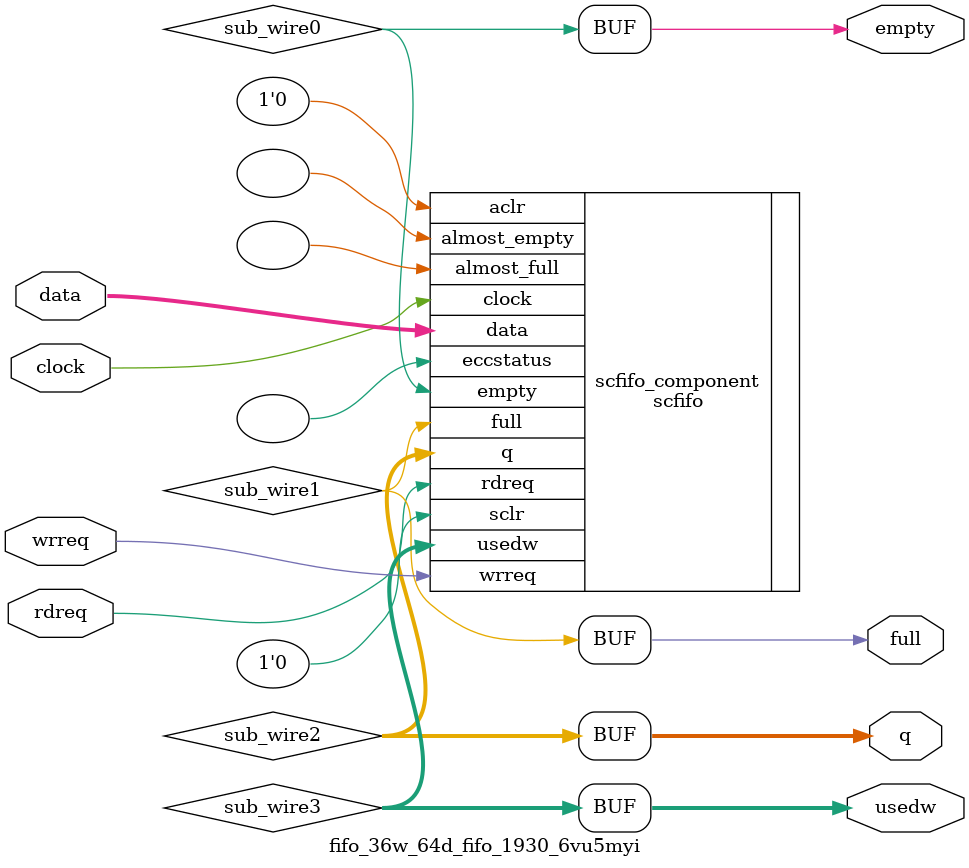
<source format=v>



`timescale 1 ps / 1 ps
// synopsys translate_on
module  fifo_36w_64d_fifo_1930_6vu5myi  (
    clock,
    data,
    rdreq,
    wrreq,
    empty,
    full,
    q,
    usedw);

    input    clock;
    input  [35:0]  data;
    input    rdreq;
    input    wrreq;
    output   empty;
    output   full;
    output [35:0]  q;
    output [5:0]  usedw;

    wire  sub_wire0;
    wire  sub_wire1;
    wire [35:0] sub_wire2;
    wire [5:0] sub_wire3;
    wire  empty = sub_wire0;
    wire  full = sub_wire1;
    wire [35:0] q = sub_wire2[35:0];
    wire [5:0] usedw = sub_wire3[5:0];

    scfifo  scfifo_component (
                .clock (clock),
                .data (data),
                .rdreq (rdreq),
                .wrreq (wrreq),
                .empty (sub_wire0),
                .full (sub_wire1),
                .q (sub_wire2),
                .usedw (sub_wire3),
                .aclr (1'b0),
                .almost_empty (),
                .almost_full (),
                .eccstatus (),
                .sclr (1'b0));
    defparam
        scfifo_component.add_ram_output_register  = "OFF",
        scfifo_component.enable_ecc  = "FALSE",
        scfifo_component.intended_device_family  = "Agilex 7",
        scfifo_component.lpm_hint  = "",
        scfifo_component.lpm_numwords  = 64,
        scfifo_component.lpm_showahead  = "OFF",
        scfifo_component.lpm_type  = "scfifo",
        scfifo_component.lpm_width  = 36,
        scfifo_component.lpm_widthu  = 6,
        scfifo_component.overflow_checking  = "ON",
        scfifo_component.underflow_checking  = "ON",
        scfifo_component.use_eab  = "ON";


endmodule



</source>
